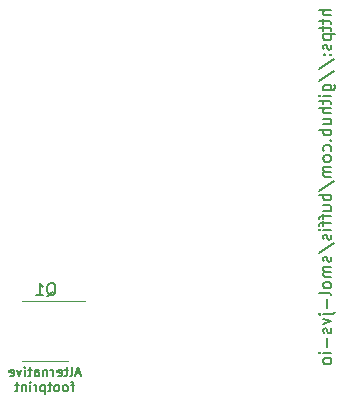
<source format=gbr>
G04 #@! TF.GenerationSoftware,KiCad,Pcbnew,(6.0.0)*
G04 #@! TF.CreationDate,2022-09-19T18:58:24+02:00*
G04 #@! TF.ProjectId,td-io,74642d69-6f2e-46b6-9963-61645f706362,rev?*
G04 #@! TF.SameCoordinates,Original*
G04 #@! TF.FileFunction,Legend,Bot*
G04 #@! TF.FilePolarity,Positive*
%FSLAX46Y46*%
G04 Gerber Fmt 4.6, Leading zero omitted, Abs format (unit mm)*
G04 Created by KiCad (PCBNEW (6.0.0)) date 2022-09-19 18:58:24*
%MOMM*%
%LPD*%
G01*
G04 APERTURE LIST*
%ADD10C,0.150000*%
%ADD11C,0.120000*%
G04 APERTURE END LIST*
D10*
X189009523Y-88089333D02*
X188628571Y-88089333D01*
X189085714Y-88317904D02*
X188819047Y-87517904D01*
X188552380Y-88317904D01*
X188171428Y-88317904D02*
X188247619Y-88279809D01*
X188285714Y-88203619D01*
X188285714Y-87517904D01*
X187980952Y-87784571D02*
X187676190Y-87784571D01*
X187866666Y-87517904D02*
X187866666Y-88203619D01*
X187828571Y-88279809D01*
X187752380Y-88317904D01*
X187676190Y-88317904D01*
X187104761Y-88279809D02*
X187180952Y-88317904D01*
X187333333Y-88317904D01*
X187409523Y-88279809D01*
X187447619Y-88203619D01*
X187447619Y-87898857D01*
X187409523Y-87822666D01*
X187333333Y-87784571D01*
X187180952Y-87784571D01*
X187104761Y-87822666D01*
X187066666Y-87898857D01*
X187066666Y-87975047D01*
X187447619Y-88051238D01*
X186723809Y-88317904D02*
X186723809Y-87784571D01*
X186723809Y-87936952D02*
X186685714Y-87860761D01*
X186647619Y-87822666D01*
X186571428Y-87784571D01*
X186495238Y-87784571D01*
X186228571Y-87784571D02*
X186228571Y-88317904D01*
X186228571Y-87860761D02*
X186190476Y-87822666D01*
X186114285Y-87784571D01*
X185999999Y-87784571D01*
X185923809Y-87822666D01*
X185885714Y-87898857D01*
X185885714Y-88317904D01*
X185161904Y-88317904D02*
X185161904Y-87898857D01*
X185199999Y-87822666D01*
X185276190Y-87784571D01*
X185428571Y-87784571D01*
X185504761Y-87822666D01*
X185161904Y-88279809D02*
X185238095Y-88317904D01*
X185428571Y-88317904D01*
X185504761Y-88279809D01*
X185542857Y-88203619D01*
X185542857Y-88127428D01*
X185504761Y-88051238D01*
X185428571Y-88013142D01*
X185238095Y-88013142D01*
X185161904Y-87975047D01*
X184895238Y-87784571D02*
X184590476Y-87784571D01*
X184780952Y-87517904D02*
X184780952Y-88203619D01*
X184742857Y-88279809D01*
X184666666Y-88317904D01*
X184590476Y-88317904D01*
X184323809Y-88317904D02*
X184323809Y-87784571D01*
X184323809Y-87517904D02*
X184361904Y-87556000D01*
X184323809Y-87594095D01*
X184285714Y-87556000D01*
X184323809Y-87517904D01*
X184323809Y-87594095D01*
X184019047Y-87784571D02*
X183828571Y-88317904D01*
X183638095Y-87784571D01*
X183028571Y-88279809D02*
X183104761Y-88317904D01*
X183257142Y-88317904D01*
X183333333Y-88279809D01*
X183371428Y-88203619D01*
X183371428Y-87898857D01*
X183333333Y-87822666D01*
X183257142Y-87784571D01*
X183104761Y-87784571D01*
X183028571Y-87822666D01*
X182990476Y-87898857D01*
X182990476Y-87975047D01*
X183371428Y-88051238D01*
X188495238Y-89072571D02*
X188190476Y-89072571D01*
X188380952Y-89605904D02*
X188380952Y-88920190D01*
X188342857Y-88844000D01*
X188266666Y-88805904D01*
X188190476Y-88805904D01*
X187809523Y-89605904D02*
X187885714Y-89567809D01*
X187923809Y-89529714D01*
X187961904Y-89453523D01*
X187961904Y-89224952D01*
X187923809Y-89148761D01*
X187885714Y-89110666D01*
X187809523Y-89072571D01*
X187695238Y-89072571D01*
X187619047Y-89110666D01*
X187580952Y-89148761D01*
X187542857Y-89224952D01*
X187542857Y-89453523D01*
X187580952Y-89529714D01*
X187619047Y-89567809D01*
X187695238Y-89605904D01*
X187809523Y-89605904D01*
X187085714Y-89605904D02*
X187161904Y-89567809D01*
X187200000Y-89529714D01*
X187238095Y-89453523D01*
X187238095Y-89224952D01*
X187200000Y-89148761D01*
X187161904Y-89110666D01*
X187085714Y-89072571D01*
X186971428Y-89072571D01*
X186895238Y-89110666D01*
X186857142Y-89148761D01*
X186819047Y-89224952D01*
X186819047Y-89453523D01*
X186857142Y-89529714D01*
X186895238Y-89567809D01*
X186971428Y-89605904D01*
X187085714Y-89605904D01*
X186590476Y-89072571D02*
X186285714Y-89072571D01*
X186476190Y-88805904D02*
X186476190Y-89491619D01*
X186438095Y-89567809D01*
X186361904Y-89605904D01*
X186285714Y-89605904D01*
X186019047Y-89072571D02*
X186019047Y-89872571D01*
X186019047Y-89110666D02*
X185942857Y-89072571D01*
X185790476Y-89072571D01*
X185714285Y-89110666D01*
X185676190Y-89148761D01*
X185638095Y-89224952D01*
X185638095Y-89453523D01*
X185676190Y-89529714D01*
X185714285Y-89567809D01*
X185790476Y-89605904D01*
X185942857Y-89605904D01*
X186019047Y-89567809D01*
X185295238Y-89605904D02*
X185295238Y-89072571D01*
X185295238Y-89224952D02*
X185257142Y-89148761D01*
X185219047Y-89110666D01*
X185142857Y-89072571D01*
X185066666Y-89072571D01*
X184800000Y-89605904D02*
X184800000Y-89072571D01*
X184800000Y-88805904D02*
X184838095Y-88844000D01*
X184800000Y-88882095D01*
X184761904Y-88844000D01*
X184800000Y-88805904D01*
X184800000Y-88882095D01*
X184419047Y-89072571D02*
X184419047Y-89605904D01*
X184419047Y-89148761D02*
X184380952Y-89110666D01*
X184304761Y-89072571D01*
X184190476Y-89072571D01*
X184114285Y-89110666D01*
X184076190Y-89186857D01*
X184076190Y-89605904D01*
X183809523Y-89072571D02*
X183504761Y-89072571D01*
X183695238Y-88805904D02*
X183695238Y-89491619D01*
X183657142Y-89567809D01*
X183580952Y-89605904D01*
X183504761Y-89605904D01*
X210252380Y-57347619D02*
X209252380Y-57347619D01*
X210252380Y-57776190D02*
X209728571Y-57776190D01*
X209633333Y-57728571D01*
X209585714Y-57633333D01*
X209585714Y-57490476D01*
X209633333Y-57395238D01*
X209680952Y-57347619D01*
X209585714Y-58109523D02*
X209585714Y-58490476D01*
X209252380Y-58252380D02*
X210109523Y-58252380D01*
X210204761Y-58300000D01*
X210252380Y-58395238D01*
X210252380Y-58490476D01*
X209585714Y-58680952D02*
X209585714Y-59061904D01*
X209252380Y-58823809D02*
X210109523Y-58823809D01*
X210204761Y-58871428D01*
X210252380Y-58966666D01*
X210252380Y-59061904D01*
X209585714Y-59395238D02*
X210585714Y-59395238D01*
X209633333Y-59395238D02*
X209585714Y-59490476D01*
X209585714Y-59680952D01*
X209633333Y-59776190D01*
X209680952Y-59823809D01*
X209776190Y-59871428D01*
X210061904Y-59871428D01*
X210157142Y-59823809D01*
X210204761Y-59776190D01*
X210252380Y-59680952D01*
X210252380Y-59490476D01*
X210204761Y-59395238D01*
X210204761Y-60252380D02*
X210252380Y-60347619D01*
X210252380Y-60538095D01*
X210204761Y-60633333D01*
X210109523Y-60680952D01*
X210061904Y-60680952D01*
X209966666Y-60633333D01*
X209919047Y-60538095D01*
X209919047Y-60395238D01*
X209871428Y-60299999D01*
X209776190Y-60252380D01*
X209728571Y-60252380D01*
X209633333Y-60299999D01*
X209585714Y-60395238D01*
X209585714Y-60538095D01*
X209633333Y-60633333D01*
X210157142Y-61109523D02*
X210204761Y-61157142D01*
X210252380Y-61109523D01*
X210204761Y-61061904D01*
X210157142Y-61109523D01*
X210252380Y-61109523D01*
X209633333Y-61109523D02*
X209680952Y-61157142D01*
X209728571Y-61109523D01*
X209680952Y-61061904D01*
X209633333Y-61109523D01*
X209728571Y-61109523D01*
X209204761Y-62299999D02*
X210490476Y-61442857D01*
X209204761Y-63347619D02*
X210490476Y-62490476D01*
X209585714Y-64109523D02*
X210395238Y-64109523D01*
X210490476Y-64061904D01*
X210538095Y-64014285D01*
X210585714Y-63919047D01*
X210585714Y-63776190D01*
X210538095Y-63680952D01*
X210204761Y-64109523D02*
X210252380Y-64014285D01*
X210252380Y-63823809D01*
X210204761Y-63728571D01*
X210157142Y-63680952D01*
X210061904Y-63633333D01*
X209776190Y-63633333D01*
X209680952Y-63680952D01*
X209633333Y-63728571D01*
X209585714Y-63823809D01*
X209585714Y-64014285D01*
X209633333Y-64109523D01*
X210252380Y-64585714D02*
X209585714Y-64585714D01*
X209252380Y-64585714D02*
X209300000Y-64538095D01*
X209347619Y-64585714D01*
X209300000Y-64633333D01*
X209252380Y-64585714D01*
X209347619Y-64585714D01*
X209585714Y-64919047D02*
X209585714Y-65300000D01*
X209252380Y-65061904D02*
X210109523Y-65061904D01*
X210204761Y-65109523D01*
X210252380Y-65204761D01*
X210252380Y-65300000D01*
X210252380Y-65633333D02*
X209252380Y-65633333D01*
X210252380Y-66061904D02*
X209728571Y-66061904D01*
X209633333Y-66014285D01*
X209585714Y-65919047D01*
X209585714Y-65776190D01*
X209633333Y-65680952D01*
X209680952Y-65633333D01*
X209585714Y-66966666D02*
X210252380Y-66966666D01*
X209585714Y-66538095D02*
X210109523Y-66538095D01*
X210204761Y-66585714D01*
X210252380Y-66680952D01*
X210252380Y-66823809D01*
X210204761Y-66919047D01*
X210157142Y-66966666D01*
X210252380Y-67442857D02*
X209252380Y-67442857D01*
X209633333Y-67442857D02*
X209585714Y-67538095D01*
X209585714Y-67728571D01*
X209633333Y-67823809D01*
X209680952Y-67871428D01*
X209776190Y-67919047D01*
X210061904Y-67919047D01*
X210157142Y-67871428D01*
X210204761Y-67823809D01*
X210252380Y-67728571D01*
X210252380Y-67538095D01*
X210204761Y-67442857D01*
X210157142Y-68347619D02*
X210204761Y-68395238D01*
X210252380Y-68347619D01*
X210204761Y-68299999D01*
X210157142Y-68347619D01*
X210252380Y-68347619D01*
X210204761Y-69252380D02*
X210252380Y-69157142D01*
X210252380Y-68966666D01*
X210204761Y-68871428D01*
X210157142Y-68823809D01*
X210061904Y-68776190D01*
X209776190Y-68776190D01*
X209680952Y-68823809D01*
X209633333Y-68871428D01*
X209585714Y-68966666D01*
X209585714Y-69157142D01*
X209633333Y-69252380D01*
X210252380Y-69823809D02*
X210204761Y-69728571D01*
X210157142Y-69680952D01*
X210061904Y-69633333D01*
X209776190Y-69633333D01*
X209680952Y-69680952D01*
X209633333Y-69728571D01*
X209585714Y-69823809D01*
X209585714Y-69966666D01*
X209633333Y-70061904D01*
X209680952Y-70109523D01*
X209776190Y-70157142D01*
X210061904Y-70157142D01*
X210157142Y-70109523D01*
X210204761Y-70061904D01*
X210252380Y-69966666D01*
X210252380Y-69823809D01*
X210252380Y-70585714D02*
X209585714Y-70585714D01*
X209680952Y-70585714D02*
X209633333Y-70633333D01*
X209585714Y-70728571D01*
X209585714Y-70871428D01*
X209633333Y-70966666D01*
X209728571Y-71014285D01*
X210252380Y-71014285D01*
X209728571Y-71014285D02*
X209633333Y-71061904D01*
X209585714Y-71157142D01*
X209585714Y-71299999D01*
X209633333Y-71395238D01*
X209728571Y-71442857D01*
X210252380Y-71442857D01*
X209204761Y-72633333D02*
X210490476Y-71776190D01*
X210252380Y-72966666D02*
X209252380Y-72966666D01*
X209633333Y-72966666D02*
X209585714Y-73061904D01*
X209585714Y-73252380D01*
X209633333Y-73347619D01*
X209680952Y-73395238D01*
X209776190Y-73442857D01*
X210061904Y-73442857D01*
X210157142Y-73395238D01*
X210204761Y-73347619D01*
X210252380Y-73252380D01*
X210252380Y-73061904D01*
X210204761Y-72966666D01*
X209585714Y-74299999D02*
X210252380Y-74299999D01*
X209585714Y-73871428D02*
X210109523Y-73871428D01*
X210204761Y-73919047D01*
X210252380Y-74014285D01*
X210252380Y-74157142D01*
X210204761Y-74252380D01*
X210157142Y-74299999D01*
X209585714Y-74633333D02*
X209585714Y-75014285D01*
X210252380Y-74776190D02*
X209395238Y-74776190D01*
X209300000Y-74823809D01*
X209252380Y-74919047D01*
X209252380Y-75014285D01*
X209585714Y-75204761D02*
X209585714Y-75585714D01*
X210252380Y-75347619D02*
X209395238Y-75347619D01*
X209300000Y-75395238D01*
X209252380Y-75490476D01*
X209252380Y-75585714D01*
X210252380Y-75919047D02*
X209585714Y-75919047D01*
X209252380Y-75919047D02*
X209300000Y-75871428D01*
X209347619Y-75919047D01*
X209300000Y-75966666D01*
X209252380Y-75919047D01*
X209347619Y-75919047D01*
X210204761Y-76347619D02*
X210252380Y-76442857D01*
X210252380Y-76633333D01*
X210204761Y-76728571D01*
X210109523Y-76776190D01*
X210061904Y-76776190D01*
X209966666Y-76728571D01*
X209919047Y-76633333D01*
X209919047Y-76490476D01*
X209871428Y-76395238D01*
X209776190Y-76347619D01*
X209728571Y-76347619D01*
X209633333Y-76395238D01*
X209585714Y-76490476D01*
X209585714Y-76633333D01*
X209633333Y-76728571D01*
X209204761Y-77919047D02*
X210490476Y-77061904D01*
X210204761Y-78204761D02*
X210252380Y-78299999D01*
X210252380Y-78490476D01*
X210204761Y-78585714D01*
X210109523Y-78633333D01*
X210061904Y-78633333D01*
X209966666Y-78585714D01*
X209919047Y-78490476D01*
X209919047Y-78347619D01*
X209871428Y-78252380D01*
X209776190Y-78204761D01*
X209728571Y-78204761D01*
X209633333Y-78252380D01*
X209585714Y-78347619D01*
X209585714Y-78490476D01*
X209633333Y-78585714D01*
X210252380Y-79061904D02*
X209585714Y-79061904D01*
X209680952Y-79061904D02*
X209633333Y-79109523D01*
X209585714Y-79204761D01*
X209585714Y-79347619D01*
X209633333Y-79442857D01*
X209728571Y-79490476D01*
X210252380Y-79490476D01*
X209728571Y-79490476D02*
X209633333Y-79538095D01*
X209585714Y-79633333D01*
X209585714Y-79776190D01*
X209633333Y-79871428D01*
X209728571Y-79919047D01*
X210252380Y-79919047D01*
X210252380Y-80538095D02*
X210204761Y-80442857D01*
X210157142Y-80395238D01*
X210061904Y-80347619D01*
X209776190Y-80347619D01*
X209680952Y-80395238D01*
X209633333Y-80442857D01*
X209585714Y-80538095D01*
X209585714Y-80680952D01*
X209633333Y-80776190D01*
X209680952Y-80823809D01*
X209776190Y-80871428D01*
X210061904Y-80871428D01*
X210157142Y-80823809D01*
X210204761Y-80776190D01*
X210252380Y-80680952D01*
X210252380Y-80538095D01*
X210252380Y-81442857D02*
X210204761Y-81347619D01*
X210109523Y-81299999D01*
X209252380Y-81299999D01*
X209871428Y-81823809D02*
X209871428Y-82585714D01*
X209585714Y-83061904D02*
X210442857Y-83061904D01*
X210538095Y-83014285D01*
X210585714Y-82919047D01*
X210585714Y-82871428D01*
X209252380Y-83061904D02*
X209300000Y-83014285D01*
X209347619Y-83061904D01*
X209300000Y-83109523D01*
X209252380Y-83061904D01*
X209347619Y-83061904D01*
X209585714Y-83442857D02*
X210252380Y-83680952D01*
X209585714Y-83919047D01*
X210204761Y-84252380D02*
X210252380Y-84347619D01*
X210252380Y-84538095D01*
X210204761Y-84633333D01*
X210109523Y-84680952D01*
X210061904Y-84680952D01*
X209966666Y-84633333D01*
X209919047Y-84538095D01*
X209919047Y-84395238D01*
X209871428Y-84299999D01*
X209776190Y-84252380D01*
X209728571Y-84252380D01*
X209633333Y-84299999D01*
X209585714Y-84395238D01*
X209585714Y-84538095D01*
X209633333Y-84633333D01*
X209871428Y-85109523D02*
X209871428Y-85871428D01*
X210252380Y-86347619D02*
X209585714Y-86347619D01*
X209252380Y-86347619D02*
X209300000Y-86299999D01*
X209347619Y-86347619D01*
X209300000Y-86395238D01*
X209252380Y-86347619D01*
X209347619Y-86347619D01*
X210252380Y-86966666D02*
X210204761Y-86871428D01*
X210157142Y-86823809D01*
X210061904Y-86776190D01*
X209776190Y-86776190D01*
X209680952Y-86823809D01*
X209633333Y-86871428D01*
X209585714Y-86966666D01*
X209585714Y-87109523D01*
X209633333Y-87204761D01*
X209680952Y-87252380D01*
X209776190Y-87299999D01*
X210061904Y-87299999D01*
X210157142Y-87252380D01*
X210204761Y-87204761D01*
X210252380Y-87109523D01*
X210252380Y-86966666D01*
G04 #@! TO.C,Q1*
X186195238Y-81547619D02*
X186290476Y-81500000D01*
X186385714Y-81404761D01*
X186528571Y-81261904D01*
X186623809Y-81214285D01*
X186719047Y-81214285D01*
X186671428Y-81452380D02*
X186766666Y-81404761D01*
X186861904Y-81309523D01*
X186909523Y-81119047D01*
X186909523Y-80785714D01*
X186861904Y-80595238D01*
X186766666Y-80500000D01*
X186671428Y-80452380D01*
X186480952Y-80452380D01*
X186385714Y-80500000D01*
X186290476Y-80595238D01*
X186242857Y-80785714D01*
X186242857Y-81119047D01*
X186290476Y-81309523D01*
X186385714Y-81404761D01*
X186480952Y-81452380D01*
X186671428Y-81452380D01*
X185290476Y-81452380D02*
X185861904Y-81452380D01*
X185576190Y-81452380D02*
X185576190Y-80452380D01*
X185671428Y-80595238D01*
X185766666Y-80690476D01*
X185861904Y-80738095D01*
D11*
X186000000Y-87060000D02*
X187950000Y-87060000D01*
X186000000Y-81940000D02*
X184050000Y-81940000D01*
X186000000Y-81940000D02*
X189450000Y-81940000D01*
X186000000Y-87060000D02*
X184050000Y-87060000D01*
G04 #@! TD*
M02*

</source>
